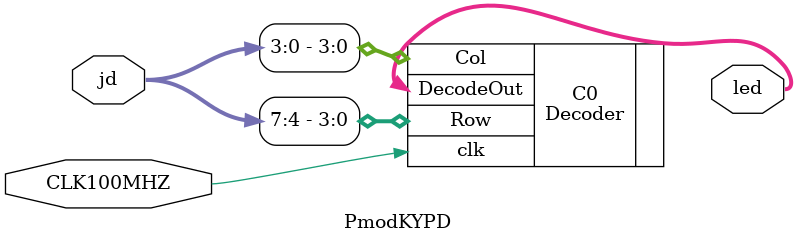
<source format=v>
`timescale 1ns / 1ps

// ==============================================================================================
// 												Define Module
// ==============================================================================================
module PmodKYPD(
    input CLK100MHZ,// 100Mhz onboard clock
    inout [7:0] jd,// Port JD on arty, JD[3:0] is Columns, JD[10:7] is rows
    output [3:0] led
    );

// ==============================================================================================
// 												Implementation
// ==============================================================================================

	//-----------------------------------------------
	//  						Decoder
	//-----------------------------------------------
	Decoder C0(
			.clk(CLK100MHZ),
			.Row(jd[7:4]),
			.Col(jd[3:0]),
			.DecodeOut(led)
	);

endmodule

</source>
